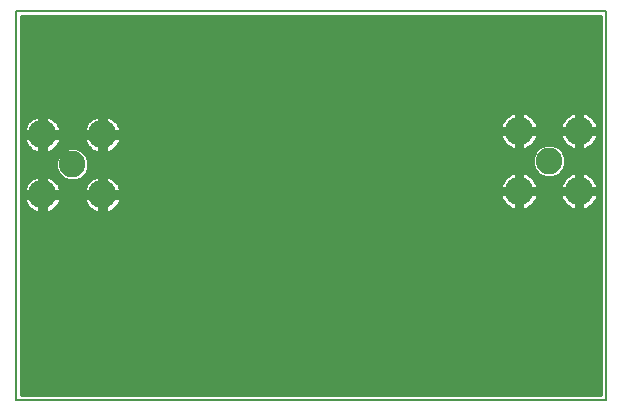
<source format=gbl>
G75*
%MOIN*%
%OFA0B0*%
%FSLAX24Y24*%
%IPPOS*%
%LPD*%
%AMOC8*
5,1,8,0,0,1.08239X$1,22.5*
%
%ADD10C,0.0050*%
%ADD11C,0.0945*%
%ADD12C,0.0886*%
%ADD13C,0.0160*%
D10*
X001003Y001149D02*
X020688Y001149D01*
X020688Y014141D01*
X001003Y014141D01*
X001003Y001149D01*
D11*
X001893Y008023D03*
X003893Y008023D03*
X003893Y010023D03*
X001893Y010023D03*
X017786Y010133D03*
X019786Y010133D03*
X019786Y008133D03*
X017786Y008133D03*
D12*
X018786Y009133D03*
X002893Y009023D03*
D13*
X002359Y009232D02*
X001208Y009232D01*
X001208Y009074D02*
X002320Y009074D01*
X002320Y009136D02*
X002320Y008909D01*
X002407Y008698D01*
X002568Y008537D01*
X002779Y008450D01*
X003007Y008450D01*
X003217Y008537D01*
X003378Y008698D01*
X003466Y008909D01*
X003466Y009136D01*
X003378Y009347D01*
X003217Y009508D01*
X003007Y009595D01*
X002779Y009595D01*
X002568Y009508D01*
X002407Y009347D01*
X002320Y009136D01*
X002320Y008915D02*
X001208Y008915D01*
X001208Y008757D02*
X002383Y008757D01*
X002507Y008598D02*
X002201Y008598D01*
X002182Y008609D02*
X002103Y008642D01*
X002020Y008664D01*
X001970Y008670D01*
X001970Y008100D01*
X001815Y008100D01*
X001815Y007945D01*
X001245Y007945D01*
X001251Y007895D01*
X001273Y007812D01*
X001306Y007733D01*
X001349Y007659D01*
X001401Y007591D01*
X001461Y007531D01*
X001529Y007479D01*
X001603Y007436D01*
X001682Y007403D01*
X001765Y007381D01*
X001815Y007375D01*
X001815Y007945D01*
X001970Y007945D01*
X001970Y007375D01*
X002020Y007381D01*
X002103Y007403D01*
X002182Y007436D01*
X002256Y007479D01*
X002324Y007531D01*
X002384Y007591D01*
X002436Y007659D01*
X002479Y007733D01*
X002512Y007812D01*
X002534Y007895D01*
X002540Y007945D01*
X001970Y007945D01*
X001970Y008100D01*
X002540Y008100D01*
X002534Y008150D01*
X002512Y008233D01*
X002479Y008312D01*
X002436Y008386D01*
X002384Y008454D01*
X002324Y008514D01*
X002256Y008566D01*
X002182Y008609D01*
X001970Y008598D02*
X001815Y008598D01*
X001815Y008670D02*
X001765Y008664D01*
X001682Y008642D01*
X001603Y008609D01*
X001529Y008566D01*
X001461Y008514D01*
X001401Y008454D01*
X001349Y008386D01*
X001306Y008312D01*
X001273Y008233D01*
X001251Y008150D01*
X001245Y008100D01*
X001815Y008100D01*
X001815Y008670D01*
X001815Y008440D02*
X001970Y008440D01*
X001970Y008281D02*
X001815Y008281D01*
X001815Y008123D02*
X001970Y008123D01*
X001970Y007964D02*
X003815Y007964D01*
X003815Y007945D02*
X003815Y008100D01*
X003245Y008100D01*
X003251Y008150D01*
X003273Y008233D01*
X003306Y008312D01*
X003349Y008386D01*
X003401Y008454D01*
X003461Y008514D01*
X003529Y008566D01*
X003603Y008609D01*
X003682Y008642D01*
X003765Y008664D01*
X003815Y008670D01*
X003815Y008100D01*
X003970Y008100D01*
X003970Y008670D01*
X004020Y008664D01*
X004103Y008642D01*
X004182Y008609D01*
X004256Y008566D01*
X004324Y008514D01*
X004384Y008454D01*
X004436Y008386D01*
X004479Y008312D01*
X004512Y008233D01*
X004534Y008150D01*
X004540Y008100D01*
X003970Y008100D01*
X003970Y007945D01*
X003970Y007375D01*
X004020Y007381D01*
X004103Y007403D01*
X004182Y007436D01*
X004256Y007479D01*
X004324Y007531D01*
X004384Y007591D01*
X004436Y007659D01*
X004479Y007733D01*
X004512Y007812D01*
X004534Y007895D01*
X004540Y007945D01*
X003970Y007945D01*
X003815Y007945D01*
X003245Y007945D01*
X003251Y007895D01*
X003273Y007812D01*
X003306Y007733D01*
X003349Y007659D01*
X003401Y007591D01*
X003461Y007531D01*
X003529Y007479D01*
X003603Y007436D01*
X003682Y007403D01*
X003765Y007381D01*
X003815Y007375D01*
X003815Y007945D01*
X003815Y007806D02*
X003970Y007806D01*
X003970Y007964D02*
X017156Y007964D01*
X017145Y008005D02*
X017167Y007923D01*
X017200Y007844D01*
X017243Y007770D01*
X017295Y007702D01*
X017355Y007641D01*
X017423Y007589D01*
X017497Y007546D01*
X017576Y007514D01*
X017659Y007491D01*
X017709Y007485D01*
X017709Y008055D01*
X017864Y008055D01*
X017864Y008210D01*
X018434Y008210D01*
X018428Y008260D01*
X018405Y008343D01*
X018373Y008422D01*
X018330Y008496D01*
X018278Y008564D01*
X018217Y008624D01*
X018150Y008676D01*
X018075Y008719D01*
X017996Y008752D01*
X017914Y008774D01*
X017864Y008781D01*
X017864Y008210D01*
X017709Y008210D01*
X017709Y008055D01*
X017138Y008055D01*
X017145Y008005D01*
X017138Y008210D02*
X017709Y008210D01*
X017709Y008781D01*
X017659Y008774D01*
X017576Y008752D01*
X017497Y008719D01*
X017423Y008676D01*
X017355Y008624D01*
X017295Y008564D01*
X017243Y008496D01*
X017200Y008422D01*
X017167Y008343D01*
X017145Y008260D01*
X017138Y008210D01*
X017151Y008281D02*
X004492Y008281D01*
X004538Y008123D02*
X017709Y008123D01*
X017864Y008123D02*
X019709Y008123D01*
X019709Y008055D02*
X019709Y008210D01*
X019138Y008210D01*
X019145Y008260D01*
X019167Y008343D01*
X019200Y008422D01*
X019243Y008496D01*
X019295Y008564D01*
X019355Y008624D01*
X019423Y008676D01*
X019497Y008719D01*
X019576Y008752D01*
X019659Y008774D01*
X019709Y008781D01*
X019709Y008210D01*
X019864Y008210D01*
X020434Y008210D01*
X020428Y008260D01*
X020405Y008343D01*
X020373Y008422D01*
X020330Y008496D01*
X020278Y008564D01*
X020217Y008624D01*
X020150Y008676D01*
X020075Y008719D01*
X019996Y008752D01*
X019914Y008774D01*
X019864Y008781D01*
X019864Y008210D01*
X019864Y008055D01*
X020434Y008055D01*
X020428Y008005D01*
X020405Y007923D01*
X020373Y007844D01*
X020330Y007770D01*
X020278Y007702D01*
X020217Y007641D01*
X020150Y007589D01*
X020075Y007546D01*
X019996Y007514D01*
X019914Y007491D01*
X019864Y007485D01*
X019864Y008055D01*
X019709Y008055D01*
X019709Y007485D01*
X019659Y007491D01*
X019576Y007514D01*
X019497Y007546D01*
X019423Y007589D01*
X019355Y007641D01*
X019295Y007702D01*
X019243Y007770D01*
X019200Y007844D01*
X019167Y007923D01*
X019145Y008005D01*
X019138Y008055D01*
X019709Y008055D01*
X019709Y007964D02*
X019864Y007964D01*
X019864Y007806D02*
X019709Y007806D01*
X019709Y007647D02*
X019864Y007647D01*
X020223Y007647D02*
X020483Y007647D01*
X020483Y007806D02*
X020351Y007806D01*
X020417Y007964D02*
X020483Y007964D01*
X020483Y008123D02*
X019864Y008123D01*
X019864Y008281D02*
X019709Y008281D01*
X019709Y008440D02*
X019864Y008440D01*
X019864Y008598D02*
X019709Y008598D01*
X019709Y008757D02*
X019864Y008757D01*
X019979Y008757D02*
X020483Y008757D01*
X020483Y008915D02*
X019316Y008915D01*
X019359Y009019D02*
X019272Y008808D01*
X019111Y008647D01*
X018900Y008560D01*
X018672Y008560D01*
X018462Y008647D01*
X018301Y008808D01*
X018213Y009019D01*
X018213Y009247D01*
X018301Y009457D01*
X018462Y009618D01*
X018672Y009706D01*
X018900Y009706D01*
X019111Y009618D01*
X019272Y009457D01*
X019359Y009247D01*
X019359Y009019D01*
X019359Y009074D02*
X020483Y009074D01*
X020483Y009232D02*
X019359Y009232D01*
X019300Y009391D02*
X020483Y009391D01*
X020483Y009549D02*
X020080Y009549D01*
X020075Y009546D02*
X020150Y009589D01*
X020217Y009641D01*
X020278Y009702D01*
X020330Y009770D01*
X020373Y009844D01*
X020405Y009923D01*
X020428Y010005D01*
X020434Y010055D01*
X019864Y010055D01*
X019864Y010210D01*
X020434Y010210D01*
X020428Y010260D01*
X020405Y010343D01*
X020373Y010422D01*
X020330Y010496D01*
X020278Y010564D01*
X020217Y010624D01*
X020150Y010676D01*
X020075Y010719D01*
X019996Y010752D01*
X019914Y010774D01*
X019864Y010781D01*
X019864Y010210D01*
X019709Y010210D01*
X019709Y010055D01*
X019864Y010055D01*
X019864Y009485D01*
X019914Y009491D01*
X019996Y009514D01*
X020075Y009546D01*
X019864Y009549D02*
X019709Y009549D01*
X019709Y009485D02*
X019709Y010055D01*
X019138Y010055D01*
X019145Y010005D01*
X019167Y009923D01*
X019200Y009844D01*
X019243Y009770D01*
X019295Y009702D01*
X019355Y009641D01*
X019423Y009589D01*
X019497Y009546D01*
X019576Y009514D01*
X019659Y009491D01*
X019709Y009485D01*
X019709Y009708D02*
X019864Y009708D01*
X019864Y009866D02*
X019709Y009866D01*
X019709Y010025D02*
X019864Y010025D01*
X019864Y010183D02*
X020483Y010183D01*
X020483Y010025D02*
X020430Y010025D01*
X020382Y009866D02*
X020483Y009866D01*
X020483Y009708D02*
X020282Y009708D01*
X019709Y010183D02*
X017864Y010183D01*
X017864Y010210D02*
X018434Y010210D01*
X018428Y010260D01*
X018405Y010343D01*
X018373Y010422D01*
X018330Y010496D01*
X018278Y010564D01*
X018217Y010624D01*
X018150Y010676D01*
X018075Y010719D01*
X017996Y010752D01*
X017914Y010774D01*
X017864Y010781D01*
X017864Y010210D01*
X017864Y010055D01*
X018434Y010055D01*
X018428Y010005D01*
X018405Y009923D01*
X018373Y009844D01*
X018330Y009770D01*
X018278Y009702D01*
X018217Y009641D01*
X018150Y009589D01*
X018075Y009546D01*
X017996Y009514D01*
X017914Y009491D01*
X017864Y009485D01*
X017864Y010055D01*
X017709Y010055D01*
X017709Y009485D01*
X017659Y009491D01*
X017576Y009514D01*
X017497Y009546D01*
X017423Y009589D01*
X017355Y009641D01*
X017295Y009702D01*
X017243Y009770D01*
X017200Y009844D01*
X017167Y009923D01*
X017145Y010005D01*
X017138Y010055D01*
X017709Y010055D01*
X017709Y010210D01*
X017138Y010210D01*
X017145Y010260D01*
X017167Y010343D01*
X017200Y010422D01*
X017243Y010496D01*
X017295Y010564D01*
X017355Y010624D01*
X017423Y010676D01*
X017497Y010719D01*
X017576Y010752D01*
X017659Y010774D01*
X017709Y010781D01*
X017709Y010210D01*
X017864Y010210D01*
X017864Y010342D02*
X017709Y010342D01*
X017709Y010500D02*
X017864Y010500D01*
X017864Y010659D02*
X017709Y010659D01*
X017400Y010659D02*
X004040Y010659D01*
X004020Y010664D02*
X003970Y010670D01*
X003970Y010100D01*
X003815Y010100D01*
X003815Y009945D01*
X003245Y009945D01*
X003251Y009895D01*
X003273Y009812D01*
X003306Y009733D01*
X003349Y009659D01*
X003401Y009591D01*
X003461Y009531D01*
X003529Y009479D01*
X003603Y009436D01*
X003682Y009403D01*
X003765Y009381D01*
X003815Y009375D01*
X003815Y009945D01*
X003970Y009945D01*
X003970Y009375D01*
X004020Y009381D01*
X004103Y009403D01*
X004182Y009436D01*
X004256Y009479D01*
X004324Y009531D01*
X004384Y009591D01*
X004436Y009659D01*
X004479Y009733D01*
X004512Y009812D01*
X004534Y009895D01*
X004540Y009945D01*
X003970Y009945D01*
X003970Y010100D01*
X004540Y010100D01*
X004534Y010150D01*
X004512Y010233D01*
X004479Y010312D01*
X004436Y010386D01*
X004384Y010454D01*
X004324Y010514D01*
X004256Y010566D01*
X004182Y010609D01*
X004103Y010642D01*
X004020Y010664D01*
X003970Y010659D02*
X003815Y010659D01*
X003815Y010670D02*
X003765Y010664D01*
X003682Y010642D01*
X003603Y010609D01*
X003529Y010566D01*
X003461Y010514D01*
X003401Y010454D01*
X003349Y010386D01*
X003306Y010312D01*
X003273Y010233D01*
X003251Y010150D01*
X003245Y010100D01*
X003815Y010100D01*
X003815Y010670D01*
X003745Y010659D02*
X002040Y010659D01*
X002020Y010664D02*
X001970Y010670D01*
X001970Y010100D01*
X001815Y010100D01*
X001815Y009945D01*
X001245Y009945D01*
X001251Y009895D01*
X001273Y009812D01*
X001306Y009733D01*
X001349Y009659D01*
X001401Y009591D01*
X001461Y009531D01*
X001529Y009479D01*
X001603Y009436D01*
X001682Y009403D01*
X001765Y009381D01*
X001815Y009375D01*
X001815Y009945D01*
X001970Y009945D01*
X001970Y009375D01*
X002020Y009381D01*
X002103Y009403D01*
X002182Y009436D01*
X002256Y009479D01*
X002324Y009531D01*
X002384Y009591D01*
X002436Y009659D01*
X002479Y009733D01*
X002512Y009812D01*
X002534Y009895D01*
X002540Y009945D01*
X001970Y009945D01*
X001970Y010100D01*
X002540Y010100D01*
X002534Y010150D01*
X002512Y010233D01*
X002479Y010312D01*
X002436Y010386D01*
X002384Y010454D01*
X002324Y010514D01*
X002256Y010566D01*
X002182Y010609D01*
X002103Y010642D01*
X002020Y010664D01*
X001970Y010659D02*
X001815Y010659D01*
X001815Y010670D02*
X001765Y010664D01*
X001682Y010642D01*
X001603Y010609D01*
X001529Y010566D01*
X001461Y010514D01*
X001401Y010454D01*
X001349Y010386D01*
X001306Y010312D01*
X001273Y010233D01*
X001251Y010150D01*
X001245Y010100D01*
X001815Y010100D01*
X001815Y010670D01*
X001745Y010659D02*
X001208Y010659D01*
X001208Y010817D02*
X020483Y010817D01*
X020483Y010659D02*
X020173Y010659D01*
X020327Y010500D02*
X020483Y010500D01*
X020483Y010342D02*
X020406Y010342D01*
X019864Y010342D02*
X019709Y010342D01*
X019709Y010210D02*
X019709Y010781D01*
X019659Y010774D01*
X019576Y010752D01*
X019497Y010719D01*
X019423Y010676D01*
X019355Y010624D01*
X019295Y010564D01*
X019243Y010496D01*
X019200Y010422D01*
X019167Y010343D01*
X019145Y010260D01*
X019138Y010210D01*
X019709Y010210D01*
X019709Y010500D02*
X019864Y010500D01*
X019864Y010659D02*
X019709Y010659D01*
X019400Y010659D02*
X018173Y010659D01*
X018327Y010500D02*
X019246Y010500D01*
X019167Y010342D02*
X018406Y010342D01*
X018430Y010025D02*
X019142Y010025D01*
X019191Y009866D02*
X018382Y009866D01*
X018282Y009708D02*
X019290Y009708D01*
X019180Y009549D02*
X019492Y009549D01*
X019593Y008757D02*
X019220Y008757D01*
X019329Y008598D02*
X018992Y008598D01*
X019210Y008440D02*
X018363Y008440D01*
X018422Y008281D02*
X019151Y008281D01*
X019156Y007964D02*
X018417Y007964D01*
X018428Y008005D02*
X018434Y008055D01*
X017864Y008055D01*
X017864Y007485D01*
X017914Y007491D01*
X017996Y007514D01*
X018075Y007546D01*
X018150Y007589D01*
X018217Y007641D01*
X018278Y007702D01*
X018330Y007770D01*
X018373Y007844D01*
X018405Y007923D01*
X018428Y008005D01*
X018351Y007806D02*
X019222Y007806D01*
X019349Y007647D02*
X018223Y007647D01*
X017864Y007647D02*
X017709Y007647D01*
X017709Y007806D02*
X017864Y007806D01*
X017864Y007964D02*
X017709Y007964D01*
X017709Y008281D02*
X017864Y008281D01*
X017864Y008440D02*
X017709Y008440D01*
X017709Y008598D02*
X017864Y008598D01*
X017864Y008757D02*
X017709Y008757D01*
X017593Y008757D02*
X003403Y008757D01*
X003466Y008915D02*
X018256Y008915D01*
X018213Y009074D02*
X003466Y009074D01*
X003426Y009232D02*
X018213Y009232D01*
X018273Y009391D02*
X004055Y009391D01*
X003970Y009391D02*
X003815Y009391D01*
X003730Y009391D02*
X003335Y009391D01*
X003443Y009549D02*
X003119Y009549D01*
X003321Y009708D02*
X002464Y009708D01*
X002526Y009866D02*
X003259Y009866D01*
X003260Y010183D02*
X002525Y010183D01*
X002462Y010342D02*
X003323Y010342D01*
X003447Y010500D02*
X002338Y010500D01*
X001970Y010500D02*
X001815Y010500D01*
X001815Y010342D02*
X001970Y010342D01*
X001970Y010183D02*
X001815Y010183D01*
X001815Y010025D02*
X001208Y010025D01*
X001208Y010183D02*
X001260Y010183D01*
X001208Y010342D02*
X001323Y010342D01*
X001208Y010500D02*
X001447Y010500D01*
X001208Y010976D02*
X020483Y010976D01*
X020483Y011134D02*
X001208Y011134D01*
X001208Y011293D02*
X020483Y011293D01*
X020483Y011451D02*
X001208Y011451D01*
X001208Y011610D02*
X020483Y011610D01*
X020483Y011768D02*
X001208Y011768D01*
X001208Y011927D02*
X020483Y011927D01*
X020483Y012085D02*
X001208Y012085D01*
X001208Y012244D02*
X020483Y012244D01*
X020483Y012402D02*
X001208Y012402D01*
X001208Y012561D02*
X020483Y012561D01*
X020483Y012719D02*
X001208Y012719D01*
X001208Y012878D02*
X020483Y012878D01*
X020483Y013036D02*
X001208Y013036D01*
X001208Y013195D02*
X020483Y013195D01*
X020483Y013353D02*
X001208Y013353D01*
X001208Y013512D02*
X020483Y013512D01*
X020483Y013670D02*
X001208Y013670D01*
X001208Y013829D02*
X020483Y013829D01*
X020483Y013936D02*
X020483Y001354D01*
X001208Y001354D01*
X001208Y013936D01*
X020483Y013936D01*
X017246Y010500D02*
X004338Y010500D01*
X004462Y010342D02*
X017167Y010342D01*
X017142Y010025D02*
X003970Y010025D01*
X003815Y010025D02*
X001970Y010025D01*
X001970Y009866D02*
X001815Y009866D01*
X001815Y009708D02*
X001970Y009708D01*
X001970Y009549D02*
X001815Y009549D01*
X001815Y009391D02*
X001970Y009391D01*
X002055Y009391D02*
X002450Y009391D01*
X002342Y009549D02*
X002667Y009549D01*
X001730Y009391D02*
X001208Y009391D01*
X001208Y009549D02*
X001443Y009549D01*
X001321Y009708D02*
X001208Y009708D01*
X001208Y009866D02*
X001259Y009866D01*
X001208Y008598D02*
X001585Y008598D01*
X001390Y008440D02*
X001208Y008440D01*
X001208Y008281D02*
X001293Y008281D01*
X001248Y008123D02*
X001208Y008123D01*
X001208Y007964D02*
X001815Y007964D01*
X001815Y007806D02*
X001970Y007806D01*
X001970Y007647D02*
X001815Y007647D01*
X001815Y007489D02*
X001970Y007489D01*
X002268Y007489D02*
X003517Y007489D01*
X003358Y007647D02*
X002427Y007647D01*
X002509Y007806D02*
X003276Y007806D01*
X003248Y008123D02*
X002538Y008123D01*
X002492Y008281D02*
X003293Y008281D01*
X003390Y008440D02*
X002395Y008440D01*
X003278Y008598D02*
X003585Y008598D01*
X003815Y008598D02*
X003970Y008598D01*
X003970Y008440D02*
X003815Y008440D01*
X003815Y008281D02*
X003970Y008281D01*
X003970Y008123D02*
X003815Y008123D01*
X004395Y008440D02*
X017210Y008440D01*
X017329Y008598D02*
X004201Y008598D01*
X004509Y007806D02*
X017222Y007806D01*
X017349Y007647D02*
X004427Y007647D01*
X004268Y007489D02*
X017681Y007489D01*
X017709Y007489D02*
X017864Y007489D01*
X017891Y007489D02*
X019681Y007489D01*
X019709Y007489D02*
X019864Y007489D01*
X019891Y007489D02*
X020483Y007489D01*
X020483Y007330D02*
X001208Y007330D01*
X001208Y007172D02*
X020483Y007172D01*
X020483Y007013D02*
X001208Y007013D01*
X001208Y006855D02*
X020483Y006855D01*
X020483Y006696D02*
X001208Y006696D01*
X001208Y006538D02*
X020483Y006538D01*
X020483Y006379D02*
X001208Y006379D01*
X001208Y006221D02*
X020483Y006221D01*
X020483Y006062D02*
X001208Y006062D01*
X001208Y005904D02*
X020483Y005904D01*
X020483Y005745D02*
X001208Y005745D01*
X001208Y005587D02*
X020483Y005587D01*
X020483Y005428D02*
X001208Y005428D01*
X001208Y005270D02*
X020483Y005270D01*
X020483Y005111D02*
X001208Y005111D01*
X001208Y004953D02*
X020483Y004953D01*
X020483Y004794D02*
X001208Y004794D01*
X001208Y004636D02*
X020483Y004636D01*
X020483Y004477D02*
X001208Y004477D01*
X001208Y004319D02*
X020483Y004319D01*
X020483Y004160D02*
X001208Y004160D01*
X001208Y004002D02*
X020483Y004002D01*
X020483Y003843D02*
X001208Y003843D01*
X001208Y003685D02*
X020483Y003685D01*
X020483Y003526D02*
X001208Y003526D01*
X001208Y003368D02*
X020483Y003368D01*
X020483Y003209D02*
X001208Y003209D01*
X001208Y003051D02*
X020483Y003051D01*
X020483Y002892D02*
X001208Y002892D01*
X001208Y002734D02*
X020483Y002734D01*
X020483Y002575D02*
X001208Y002575D01*
X001208Y002417D02*
X020483Y002417D01*
X020483Y002258D02*
X001208Y002258D01*
X001208Y002100D02*
X020483Y002100D01*
X020483Y001941D02*
X001208Y001941D01*
X001208Y001783D02*
X020483Y001783D01*
X020483Y001624D02*
X001208Y001624D01*
X001208Y001466D02*
X020483Y001466D01*
X020422Y008281D02*
X020483Y008281D01*
X020483Y008440D02*
X020363Y008440D01*
X020244Y008598D02*
X020483Y008598D01*
X018580Y008598D02*
X018244Y008598D01*
X018352Y008757D02*
X017979Y008757D01*
X018080Y009549D02*
X018392Y009549D01*
X017864Y009549D02*
X017709Y009549D01*
X017709Y009708D02*
X017864Y009708D01*
X017864Y009866D02*
X017709Y009866D01*
X017709Y010025D02*
X017864Y010025D01*
X017709Y010183D02*
X004525Y010183D01*
X004526Y009866D02*
X017191Y009866D01*
X017290Y009708D02*
X004464Y009708D01*
X004342Y009549D02*
X017492Y009549D01*
X003970Y009549D02*
X003815Y009549D01*
X003815Y009708D02*
X003970Y009708D01*
X003970Y009866D02*
X003815Y009866D01*
X003815Y010183D02*
X003970Y010183D01*
X003970Y010342D02*
X003815Y010342D01*
X003815Y010500D02*
X003970Y010500D01*
X001276Y007806D02*
X001208Y007806D01*
X001208Y007647D02*
X001358Y007647D01*
X001208Y007489D02*
X001517Y007489D01*
X003815Y007489D02*
X003970Y007489D01*
X003970Y007647D02*
X003815Y007647D01*
M02*

</source>
